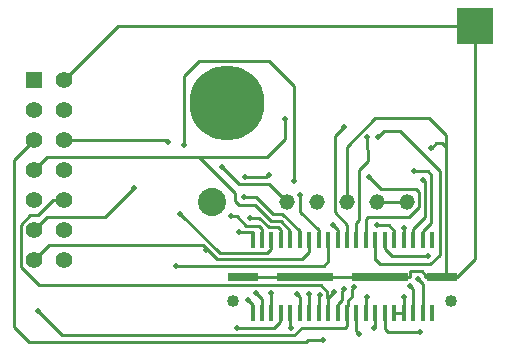
<source format=gbl>
G04*
G04 #@! TF.GenerationSoftware,Altium Limited,Altium Designer,21.6.4 (81)*
G04*
G04 Layer_Physical_Order=2*
G04 Layer_Color=16711680*
%FSLAX25Y25*%
%MOIN*%
G70*
G04*
G04 #@! TF.SameCoordinates,82D07BB3-39A6-4B9F-A2C0-6B90CFECE1EA*
G04*
G04*
G04 #@! TF.FilePolarity,Positive*
G04*
G01*
G75*
%ADD15C,0.01000*%
%ADD26R,0.12000X0.12000*%
%ADD27C,0.04016*%
%ADD28R,0.05500X0.05500*%
%ADD29C,0.05500*%
%ADD30C,0.09409*%
%ADD31C,0.05189*%
%ADD32C,0.25000*%
%ADD33C,0.02000*%
%ADD34C,0.01000*%
%ADD35R,0.18504X0.02520*%
%ADD36R,0.10000X0.02520*%
%ADD37R,0.01811X0.05709*%
D15*
X-6819Y-10D02*
X-5811Y-1017D01*
X-2119Y-4710D01*
X-14500Y10500D02*
X-1290Y-2709D01*
X-5811Y-1725D02*
Y-1017D01*
X-2119Y-4710D02*
X26004D01*
X-1290Y-2709D02*
X14382D01*
X-58391Y-10D02*
X-6819D01*
X-19278Y35008D02*
X-18771Y34500D01*
X-53374Y35008D02*
X-19278D01*
X-18771Y34500D02*
X-18500D01*
X69000Y32500D02*
X69271D01*
X70861Y34091D01*
X72604D01*
X73904Y32790D01*
X53491Y37990D02*
X58704D01*
X51500Y36000D02*
X53491Y37990D01*
X20500Y35487D02*
Y42000D01*
X14504Y29491D02*
X20500Y35487D01*
X36904Y10965D02*
Y36404D01*
X40000Y39500D01*
X47574Y32037D02*
X48004Y31608D01*
Y27990D02*
Y31608D01*
X47574Y32037D02*
Y35925D01*
X14729Y23500D02*
X15000D01*
X7204Y22886D02*
X14116D01*
X14729Y23500D01*
X23504Y21504D02*
Y53063D01*
X23500Y21500D02*
X23504Y21504D01*
X50820Y-5085D02*
X52135Y-6400D01*
X50528Y-4792D02*
X50820Y-5085D01*
X52135Y-6400D02*
X68713D01*
X50528Y-4792D02*
Y1685D01*
X68713Y-6400D02*
X71904Y-3210D01*
X56004Y-3610D02*
X67904D01*
X53677Y-1283D02*
X56004Y-3610D01*
X53677Y-1283D02*
Y1685D01*
X62204Y-10461D02*
Y-8709D01*
X66004D02*
X67204Y-9910D01*
X64704Y-11209D02*
X66276Y-12781D01*
Y-22606D02*
Y-12781D01*
X67204Y-10461D02*
Y-9910D01*
X62204Y-8709D02*
X66004D01*
X62204Y-13710D02*
X63126Y-14631D01*
X52004Y-10461D02*
X62204D01*
X67204D02*
X72752D01*
X47526Y-17323D02*
X47675Y-17175D01*
X47526Y-22458D02*
Y-17323D01*
X47378Y-22606D02*
X47526Y-22458D01*
X42604Y-17109D02*
Y-14709D01*
X43504Y-13810D01*
X-61636Y-13269D02*
X32305D01*
X34500Y-15464D01*
X31630Y-22606D02*
Y-17141D01*
X32000Y-16771D02*
Y-16500D01*
X34500Y-17443D02*
X34780Y-17722D01*
X31630Y-17141D02*
X32000Y-16771D01*
X34500Y-17443D02*
Y-15464D01*
X34780Y-22606D02*
Y-17722D01*
X36780Y-15722D01*
X18626Y-25743D02*
Y-23012D01*
X19032Y-22606D01*
X4500Y-27500D02*
X16870D01*
X18626Y-25743D01*
X22130Y-26860D02*
Y-22657D01*
X28126Y-31500D02*
X33000D01*
X-61896Y-22009D02*
X-53906Y-30000D01*
X23536D01*
X25989Y-27546D02*
X40493D01*
X22130Y-26860D02*
X22500Y-27229D01*
Y-27500D02*
Y-27229D01*
X-64996Y-32309D02*
X27317D01*
X23536Y-30000D02*
X25989Y-27546D01*
X27317Y-32309D02*
X28126Y-31500D01*
X22130Y-22657D02*
X22181Y-22606D01*
X-70096Y-27209D02*
X-64996Y-32309D01*
X50514Y-27216D02*
Y-22620D01*
X50000Y-27729D02*
X50514Y-27216D01*
X41280Y-20222D02*
Y-18434D01*
X41079Y-20222D02*
X41280D01*
X41079Y-26961D02*
Y-20222D01*
X40493Y-27546D02*
X41079Y-26961D01*
X44228Y-28458D02*
X45000Y-29229D01*
Y-29500D02*
Y-29229D01*
X44228Y-28458D02*
Y-22606D01*
X50514Y-22620D02*
X50528Y-22606D01*
X54771Y-29000D02*
X65500D01*
X53677Y-27907D02*
X54771Y-29000D01*
X53677Y-27907D02*
Y-22606D01*
X73904Y32790D02*
Y36790D01*
Y-10461D02*
Y32790D01*
X5204Y4384D02*
X9583D01*
X-8384Y29491D02*
X14504D01*
X-58891D02*
X-8384D01*
X-496Y26090D02*
X5208Y20387D01*
X15114D01*
X21000Y14500D01*
X73904Y-10461D02*
X77804D01*
X83626Y-4639D01*
Y73008D01*
X41000Y14500D02*
Y32886D01*
X50504Y42390D01*
X68304D01*
X73904Y36790D01*
X72752Y-10461D02*
X73904D01*
X9583Y1685D02*
Y4384D01*
X8882Y9190D02*
X11804D01*
X14954Y6041D01*
X18004D01*
X19032Y5013D01*
Y1685D02*
Y5013D01*
X-8384Y29491D02*
X3763Y17344D01*
Y14731D02*
Y17344D01*
Y14731D02*
X5004Y13490D01*
X10333D01*
X15733Y8090D01*
X18904D01*
X22181Y4813D01*
Y1685D02*
Y4813D01*
X-63374Y25008D02*
X-58891Y29491D01*
X-39696Y9290D02*
X-29896Y19091D01*
X-59091Y9290D02*
X-39696D01*
X-63374Y5008D02*
X-59091Y9290D01*
X25331Y1685D02*
Y4584D01*
X19524Y10390D02*
X25331Y4584D01*
X16261Y10390D02*
X19524D01*
X10661Y15991D02*
X16261Y10390D01*
X6804Y15991D02*
X10661D01*
X28480Y-2233D02*
Y1685D01*
X26004Y-4710D02*
X28480Y-2233D01*
X-63374Y-4992D02*
X-58391Y-10D01*
X25504Y11090D02*
Y16691D01*
Y11090D02*
X31630Y4964D01*
Y1685D02*
Y4964D01*
X34780Y-5434D02*
Y1685D01*
X33304Y-6910D02*
X34780Y-5434D01*
X-15996Y-6910D02*
X33304D01*
X71904Y-3210D02*
Y24791D01*
X58704Y37990D02*
X71904Y24791D01*
X15882Y-22606D02*
Y-15932D01*
X25331Y-22606D02*
Y-17427D01*
X24313Y-16409D02*
X25331Y-17427D01*
X28480Y-22606D02*
Y-16409D01*
X59976Y-22606D02*
Y-17210D01*
X9583Y-22606D02*
Y-19788D01*
X8204Y-18409D02*
X9583Y-19788D01*
X2405Y9590D02*
X4311D01*
X7517Y6384D01*
X11782D01*
X12732Y5434D01*
Y1685D02*
Y5434D01*
X15882Y-1209D02*
Y1685D01*
X14382Y-2709D02*
X15882Y-1209D01*
X-13196Y33290D02*
Y56390D01*
X-8223Y61362D01*
X15205D01*
X23504Y53063D01*
X41079Y1685D02*
Y6791D01*
X36904Y10965D02*
X41079Y6791D01*
X37929Y1685D02*
Y5165D01*
X36504Y6590D02*
X37929Y5165D01*
X56827Y1685D02*
Y4791D01*
X55027Y6590D02*
X56827Y4791D01*
X51004Y6590D02*
X55027D01*
X44228Y1685D02*
Y7515D01*
X45104Y8390D01*
Y25091D01*
X48004Y27990D01*
X-70096Y-27209D02*
Y28286D01*
X-63374Y35008D01*
X59976Y1685D02*
Y5891D01*
X47378Y1685D02*
Y8729D01*
X48094Y9445D01*
X61759D01*
X65104Y12790D01*
Y17591D01*
X64004Y18690D02*
X65104Y17591D01*
X52500Y18690D02*
X64004D01*
X48500Y22691D02*
X52500Y18690D01*
X63126Y-22606D02*
Y-14631D01*
X63500Y24590D02*
X68004D01*
X69104Y23491D01*
Y7419D02*
Y23491D01*
X66276Y4591D02*
X69104Y7419D01*
X66276Y1685D02*
Y4591D01*
X66504Y21891D02*
X67104Y21291D01*
Y9490D02*
Y21291D01*
X63126Y5513D02*
X67104Y9490D01*
X63126Y1685D02*
Y5513D01*
X-53374Y55008D02*
X-35374Y73008D01*
X83626D01*
X12732Y-22606D02*
Y-18038D01*
X10704Y-16010D02*
X12732Y-18038D01*
X-56879Y15008D02*
X-53374D01*
X-61896Y9990D02*
X-56879Y15008D01*
X-64496Y9990D02*
X-61896D01*
X-67696Y6791D02*
X-64496Y9990D01*
X-67696Y-7209D02*
Y6791D01*
Y-7209D02*
X-61636Y-13269D01*
X6256Y-10461D02*
X27004D01*
X60887Y14387D02*
X61000Y14500D01*
X51113Y14387D02*
X60887D01*
X51000Y14500D02*
X51113Y14387D01*
X41280Y-18434D02*
X42604Y-17109D01*
X39280Y-15434D02*
X40104Y-14609D01*
X39280Y-18223D02*
Y-15434D01*
X37929Y-19573D02*
X39280Y-18223D01*
X37929Y-22606D02*
Y-19573D01*
X27004Y-10461D02*
X52004D01*
X56827Y-22606D02*
X59976D01*
D26*
X83626Y73008D02*
D03*
D27*
X3126Y-18492D02*
D03*
X75882D02*
D03*
D28*
X-63374Y55008D02*
D03*
D29*
X-53374Y45008D02*
D03*
Y55008D02*
D03*
X-63374Y45008D02*
D03*
X-53374Y35008D02*
D03*
X-63374D02*
D03*
X-53374Y25008D02*
D03*
X-63374D02*
D03*
X-53374Y15008D02*
D03*
X-63374D02*
D03*
X-53374Y5008D02*
D03*
X-63374D02*
D03*
X-53374Y-4992D02*
D03*
X-63374D02*
D03*
D30*
X-4000Y14500D02*
D03*
D31*
X21000D02*
D03*
X31000D02*
D03*
X41000D02*
D03*
X51000D02*
D03*
X61000D02*
D03*
D32*
X1205Y47362D02*
D03*
D33*
X-14500Y10500D02*
D03*
X-5811Y-1725D02*
D03*
X-18500Y34500D02*
D03*
X69000Y32500D02*
D03*
X51500Y36000D02*
D03*
X20500Y42000D02*
D03*
X40000Y39500D02*
D03*
X47574Y35925D02*
D03*
X15000Y23500D02*
D03*
X23500Y21500D02*
D03*
X67904Y-3610D02*
D03*
X64704Y-11209D02*
D03*
X62204Y-13710D02*
D03*
X47675Y-17175D02*
D03*
X43504Y-13810D02*
D03*
X32000Y-16500D02*
D03*
X4500Y-27500D02*
D03*
X22500D02*
D03*
X50000Y-27729D02*
D03*
X33000Y-31500D02*
D03*
X45000Y-29500D02*
D03*
X65500Y-29000D02*
D03*
X-496Y26090D02*
D03*
X7204Y22886D02*
D03*
X5204Y4384D02*
D03*
X8882Y9190D02*
D03*
X-29896Y19091D02*
D03*
X6804Y15991D02*
D03*
X25504Y16691D02*
D03*
X36780Y-15722D02*
D03*
X-15996Y-6910D02*
D03*
X15882Y-15932D02*
D03*
X24313Y-16409D02*
D03*
X28480D02*
D03*
X59976Y-17210D02*
D03*
X8204Y-18409D02*
D03*
X2405Y9590D02*
D03*
X-13196Y33290D02*
D03*
X36504Y6590D02*
D03*
X51004D02*
D03*
X59976Y5891D02*
D03*
X48500Y22691D02*
D03*
X63500Y24590D02*
D03*
X66504Y21891D02*
D03*
X-61896Y-22009D02*
D03*
X10704Y-16010D02*
D03*
X40104Y-14609D02*
D03*
D34*
X50820Y-5085D02*
D03*
D35*
X27004Y-10461D02*
D03*
X52004D02*
D03*
D36*
X6256D02*
D03*
X72752D02*
D03*
D37*
X9583Y-22606D02*
D03*
Y1685D02*
D03*
X12732Y-22606D02*
D03*
Y1685D02*
D03*
X15882Y-22606D02*
D03*
Y1685D02*
D03*
X19032Y-22606D02*
D03*
Y1685D02*
D03*
X22181Y-22606D02*
D03*
Y1685D02*
D03*
X25331Y-22606D02*
D03*
Y1685D02*
D03*
X28480Y-22606D02*
D03*
Y1685D02*
D03*
X31630Y-22606D02*
D03*
Y1685D02*
D03*
X34780Y-22606D02*
D03*
Y1685D02*
D03*
X37929Y-22606D02*
D03*
Y1685D02*
D03*
X41079Y-22606D02*
D03*
Y1685D02*
D03*
X44228Y-22606D02*
D03*
Y1685D02*
D03*
X47378Y-22606D02*
D03*
Y1685D02*
D03*
X50528Y-22606D02*
D03*
Y1685D02*
D03*
X53677Y-22606D02*
D03*
Y1685D02*
D03*
X56827Y-22606D02*
D03*
Y1685D02*
D03*
X59976Y-22606D02*
D03*
Y1685D02*
D03*
X63126Y-22606D02*
D03*
Y1685D02*
D03*
X66276Y-22606D02*
D03*
Y1685D02*
D03*
X69425Y-22606D02*
D03*
Y1685D02*
D03*
M02*

</source>
